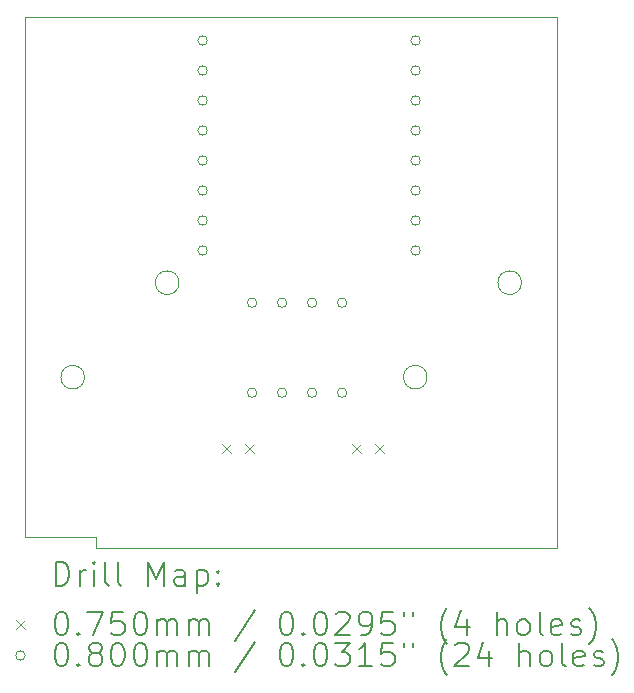
<source format=gbr>
%TF.GenerationSoftware,KiCad,Pcbnew,9.0.2*%
%TF.CreationDate,2025-05-25T16:27:38-07:00*%
%TF.ProjectId,PCB,5043422e-6b69-4636-9164-5f7063625858,rev?*%
%TF.SameCoordinates,Original*%
%TF.FileFunction,Drillmap*%
%TF.FilePolarity,Positive*%
%FSLAX45Y45*%
G04 Gerber Fmt 4.5, Leading zero omitted, Abs format (unit mm)*
G04 Created by KiCad (PCBNEW 9.0.2) date 2025-05-25 16:27:38*
%MOMM*%
%LPD*%
G01*
G04 APERTURE LIST*
%ADD10C,0.050000*%
%ADD11C,0.100000*%
%ADD12C,0.200000*%
G04 APERTURE END LIST*
D10*
X4700000Y-9100000D02*
X4700000Y-4700000D01*
X4700000Y-9100000D02*
X5300000Y-9100000D01*
X9200000Y-9200000D02*
X5300000Y-9200000D01*
X9200000Y-4700000D02*
X9200000Y-9200000D01*
X5300000Y-9200000D02*
X5300000Y-9100000D01*
X4700000Y-4700000D02*
X9200000Y-4700000D01*
D11*
X5200000Y-7750000D02*
G75*
G02*
X5000000Y-7750000I-100000J0D01*
G01*
X5000000Y-7750000D02*
G75*
G02*
X5200000Y-7750000I100000J0D01*
G01*
X6000000Y-6950000D02*
G75*
G02*
X5800000Y-6950000I-100000J0D01*
G01*
X5800000Y-6950000D02*
G75*
G02*
X6000000Y-6950000I100000J0D01*
G01*
X8100000Y-7750000D02*
G75*
G02*
X7900000Y-7750000I-100000J0D01*
G01*
X7900000Y-7750000D02*
G75*
G02*
X8100000Y-7750000I100000J0D01*
G01*
X8900000Y-6950000D02*
G75*
G02*
X8700000Y-6950000I-100000J0D01*
G01*
X8700000Y-6950000D02*
G75*
G02*
X8900000Y-6950000I100000J0D01*
G01*
D12*
D11*
X6362500Y-8317500D02*
X6437500Y-8392500D01*
X6437500Y-8317500D02*
X6362500Y-8392500D01*
X6562500Y-8317500D02*
X6637500Y-8392500D01*
X6637500Y-8317500D02*
X6562500Y-8392500D01*
X7462500Y-8317500D02*
X7537500Y-8392500D01*
X7537500Y-8317500D02*
X7462500Y-8392500D01*
X7662500Y-8317500D02*
X7737500Y-8392500D01*
X7737500Y-8317500D02*
X7662500Y-8392500D01*
X6240000Y-4900000D02*
G75*
G02*
X6160000Y-4900000I-40000J0D01*
G01*
X6160000Y-4900000D02*
G75*
G02*
X6240000Y-4900000I40000J0D01*
G01*
X6240000Y-5154000D02*
G75*
G02*
X6160000Y-5154000I-40000J0D01*
G01*
X6160000Y-5154000D02*
G75*
G02*
X6240000Y-5154000I40000J0D01*
G01*
X6240000Y-5408000D02*
G75*
G02*
X6160000Y-5408000I-40000J0D01*
G01*
X6160000Y-5408000D02*
G75*
G02*
X6240000Y-5408000I40000J0D01*
G01*
X6240000Y-5662000D02*
G75*
G02*
X6160000Y-5662000I-40000J0D01*
G01*
X6160000Y-5662000D02*
G75*
G02*
X6240000Y-5662000I40000J0D01*
G01*
X6240000Y-5916000D02*
G75*
G02*
X6160000Y-5916000I-40000J0D01*
G01*
X6160000Y-5916000D02*
G75*
G02*
X6240000Y-5916000I40000J0D01*
G01*
X6240000Y-6170000D02*
G75*
G02*
X6160000Y-6170000I-40000J0D01*
G01*
X6160000Y-6170000D02*
G75*
G02*
X6240000Y-6170000I40000J0D01*
G01*
X6240000Y-6424000D02*
G75*
G02*
X6160000Y-6424000I-40000J0D01*
G01*
X6160000Y-6424000D02*
G75*
G02*
X6240000Y-6424000I40000J0D01*
G01*
X6240000Y-6678000D02*
G75*
G02*
X6160000Y-6678000I-40000J0D01*
G01*
X6160000Y-6678000D02*
G75*
G02*
X6240000Y-6678000I40000J0D01*
G01*
X6659000Y-7119500D02*
G75*
G02*
X6579000Y-7119500I-40000J0D01*
G01*
X6579000Y-7119500D02*
G75*
G02*
X6659000Y-7119500I40000J0D01*
G01*
X6659000Y-7881500D02*
G75*
G02*
X6579000Y-7881500I-40000J0D01*
G01*
X6579000Y-7881500D02*
G75*
G02*
X6659000Y-7881500I40000J0D01*
G01*
X6913000Y-7119500D02*
G75*
G02*
X6833000Y-7119500I-40000J0D01*
G01*
X6833000Y-7119500D02*
G75*
G02*
X6913000Y-7119500I40000J0D01*
G01*
X6913000Y-7881500D02*
G75*
G02*
X6833000Y-7881500I-40000J0D01*
G01*
X6833000Y-7881500D02*
G75*
G02*
X6913000Y-7881500I40000J0D01*
G01*
X7167000Y-7119500D02*
G75*
G02*
X7087000Y-7119500I-40000J0D01*
G01*
X7087000Y-7119500D02*
G75*
G02*
X7167000Y-7119500I40000J0D01*
G01*
X7167000Y-7881500D02*
G75*
G02*
X7087000Y-7881500I-40000J0D01*
G01*
X7087000Y-7881500D02*
G75*
G02*
X7167000Y-7881500I40000J0D01*
G01*
X7421000Y-7119500D02*
G75*
G02*
X7341000Y-7119500I-40000J0D01*
G01*
X7341000Y-7119500D02*
G75*
G02*
X7421000Y-7119500I40000J0D01*
G01*
X7421000Y-7881500D02*
G75*
G02*
X7341000Y-7881500I-40000J0D01*
G01*
X7341000Y-7881500D02*
G75*
G02*
X7421000Y-7881500I40000J0D01*
G01*
X8043400Y-4900000D02*
G75*
G02*
X7963400Y-4900000I-40000J0D01*
G01*
X7963400Y-4900000D02*
G75*
G02*
X8043400Y-4900000I40000J0D01*
G01*
X8043400Y-5154000D02*
G75*
G02*
X7963400Y-5154000I-40000J0D01*
G01*
X7963400Y-5154000D02*
G75*
G02*
X8043400Y-5154000I40000J0D01*
G01*
X8043400Y-5408000D02*
G75*
G02*
X7963400Y-5408000I-40000J0D01*
G01*
X7963400Y-5408000D02*
G75*
G02*
X8043400Y-5408000I40000J0D01*
G01*
X8043400Y-5662000D02*
G75*
G02*
X7963400Y-5662000I-40000J0D01*
G01*
X7963400Y-5662000D02*
G75*
G02*
X8043400Y-5662000I40000J0D01*
G01*
X8043400Y-5916000D02*
G75*
G02*
X7963400Y-5916000I-40000J0D01*
G01*
X7963400Y-5916000D02*
G75*
G02*
X8043400Y-5916000I40000J0D01*
G01*
X8043400Y-6170000D02*
G75*
G02*
X7963400Y-6170000I-40000J0D01*
G01*
X7963400Y-6170000D02*
G75*
G02*
X8043400Y-6170000I40000J0D01*
G01*
X8043400Y-6424000D02*
G75*
G02*
X7963400Y-6424000I-40000J0D01*
G01*
X7963400Y-6424000D02*
G75*
G02*
X8043400Y-6424000I40000J0D01*
G01*
X8043400Y-6678000D02*
G75*
G02*
X7963400Y-6678000I-40000J0D01*
G01*
X7963400Y-6678000D02*
G75*
G02*
X8043400Y-6678000I40000J0D01*
G01*
D12*
X4958277Y-9513984D02*
X4958277Y-9313984D01*
X4958277Y-9313984D02*
X5005896Y-9313984D01*
X5005896Y-9313984D02*
X5034467Y-9323508D01*
X5034467Y-9323508D02*
X5053515Y-9342555D01*
X5053515Y-9342555D02*
X5063039Y-9361603D01*
X5063039Y-9361603D02*
X5072563Y-9399698D01*
X5072563Y-9399698D02*
X5072563Y-9428270D01*
X5072563Y-9428270D02*
X5063039Y-9466365D01*
X5063039Y-9466365D02*
X5053515Y-9485412D01*
X5053515Y-9485412D02*
X5034467Y-9504460D01*
X5034467Y-9504460D02*
X5005896Y-9513984D01*
X5005896Y-9513984D02*
X4958277Y-9513984D01*
X5158277Y-9513984D02*
X5158277Y-9380650D01*
X5158277Y-9418746D02*
X5167801Y-9399698D01*
X5167801Y-9399698D02*
X5177324Y-9390174D01*
X5177324Y-9390174D02*
X5196372Y-9380650D01*
X5196372Y-9380650D02*
X5215420Y-9380650D01*
X5282086Y-9513984D02*
X5282086Y-9380650D01*
X5282086Y-9313984D02*
X5272563Y-9323508D01*
X5272563Y-9323508D02*
X5282086Y-9333031D01*
X5282086Y-9333031D02*
X5291610Y-9323508D01*
X5291610Y-9323508D02*
X5282086Y-9313984D01*
X5282086Y-9313984D02*
X5282086Y-9333031D01*
X5405896Y-9513984D02*
X5386848Y-9504460D01*
X5386848Y-9504460D02*
X5377324Y-9485412D01*
X5377324Y-9485412D02*
X5377324Y-9313984D01*
X5510658Y-9513984D02*
X5491610Y-9504460D01*
X5491610Y-9504460D02*
X5482086Y-9485412D01*
X5482086Y-9485412D02*
X5482086Y-9313984D01*
X5739229Y-9513984D02*
X5739229Y-9313984D01*
X5739229Y-9313984D02*
X5805896Y-9456841D01*
X5805896Y-9456841D02*
X5872562Y-9313984D01*
X5872562Y-9313984D02*
X5872562Y-9513984D01*
X6053515Y-9513984D02*
X6053515Y-9409222D01*
X6053515Y-9409222D02*
X6043991Y-9390174D01*
X6043991Y-9390174D02*
X6024943Y-9380650D01*
X6024943Y-9380650D02*
X5986848Y-9380650D01*
X5986848Y-9380650D02*
X5967801Y-9390174D01*
X6053515Y-9504460D02*
X6034467Y-9513984D01*
X6034467Y-9513984D02*
X5986848Y-9513984D01*
X5986848Y-9513984D02*
X5967801Y-9504460D01*
X5967801Y-9504460D02*
X5958277Y-9485412D01*
X5958277Y-9485412D02*
X5958277Y-9466365D01*
X5958277Y-9466365D02*
X5967801Y-9447317D01*
X5967801Y-9447317D02*
X5986848Y-9437793D01*
X5986848Y-9437793D02*
X6034467Y-9437793D01*
X6034467Y-9437793D02*
X6053515Y-9428270D01*
X6148753Y-9380650D02*
X6148753Y-9580650D01*
X6148753Y-9390174D02*
X6167801Y-9380650D01*
X6167801Y-9380650D02*
X6205896Y-9380650D01*
X6205896Y-9380650D02*
X6224943Y-9390174D01*
X6224943Y-9390174D02*
X6234467Y-9399698D01*
X6234467Y-9399698D02*
X6243991Y-9418746D01*
X6243991Y-9418746D02*
X6243991Y-9475889D01*
X6243991Y-9475889D02*
X6234467Y-9494936D01*
X6234467Y-9494936D02*
X6224943Y-9504460D01*
X6224943Y-9504460D02*
X6205896Y-9513984D01*
X6205896Y-9513984D02*
X6167801Y-9513984D01*
X6167801Y-9513984D02*
X6148753Y-9504460D01*
X6329705Y-9494936D02*
X6339229Y-9504460D01*
X6339229Y-9504460D02*
X6329705Y-9513984D01*
X6329705Y-9513984D02*
X6320182Y-9504460D01*
X6320182Y-9504460D02*
X6329705Y-9494936D01*
X6329705Y-9494936D02*
X6329705Y-9513984D01*
X6329705Y-9390174D02*
X6339229Y-9399698D01*
X6339229Y-9399698D02*
X6329705Y-9409222D01*
X6329705Y-9409222D02*
X6320182Y-9399698D01*
X6320182Y-9399698D02*
X6329705Y-9390174D01*
X6329705Y-9390174D02*
X6329705Y-9409222D01*
D11*
X4622500Y-9805000D02*
X4697500Y-9880000D01*
X4697500Y-9805000D02*
X4622500Y-9880000D01*
D12*
X4996372Y-9733984D02*
X5015420Y-9733984D01*
X5015420Y-9733984D02*
X5034467Y-9743508D01*
X5034467Y-9743508D02*
X5043991Y-9753031D01*
X5043991Y-9753031D02*
X5053515Y-9772079D01*
X5053515Y-9772079D02*
X5063039Y-9810174D01*
X5063039Y-9810174D02*
X5063039Y-9857793D01*
X5063039Y-9857793D02*
X5053515Y-9895889D01*
X5053515Y-9895889D02*
X5043991Y-9914936D01*
X5043991Y-9914936D02*
X5034467Y-9924460D01*
X5034467Y-9924460D02*
X5015420Y-9933984D01*
X5015420Y-9933984D02*
X4996372Y-9933984D01*
X4996372Y-9933984D02*
X4977324Y-9924460D01*
X4977324Y-9924460D02*
X4967801Y-9914936D01*
X4967801Y-9914936D02*
X4958277Y-9895889D01*
X4958277Y-9895889D02*
X4948753Y-9857793D01*
X4948753Y-9857793D02*
X4948753Y-9810174D01*
X4948753Y-9810174D02*
X4958277Y-9772079D01*
X4958277Y-9772079D02*
X4967801Y-9753031D01*
X4967801Y-9753031D02*
X4977324Y-9743508D01*
X4977324Y-9743508D02*
X4996372Y-9733984D01*
X5148753Y-9914936D02*
X5158277Y-9924460D01*
X5158277Y-9924460D02*
X5148753Y-9933984D01*
X5148753Y-9933984D02*
X5139229Y-9924460D01*
X5139229Y-9924460D02*
X5148753Y-9914936D01*
X5148753Y-9914936D02*
X5148753Y-9933984D01*
X5224944Y-9733984D02*
X5358277Y-9733984D01*
X5358277Y-9733984D02*
X5272563Y-9933984D01*
X5529705Y-9733984D02*
X5434467Y-9733984D01*
X5434467Y-9733984D02*
X5424944Y-9829222D01*
X5424944Y-9829222D02*
X5434467Y-9819698D01*
X5434467Y-9819698D02*
X5453515Y-9810174D01*
X5453515Y-9810174D02*
X5501134Y-9810174D01*
X5501134Y-9810174D02*
X5520182Y-9819698D01*
X5520182Y-9819698D02*
X5529705Y-9829222D01*
X5529705Y-9829222D02*
X5539229Y-9848270D01*
X5539229Y-9848270D02*
X5539229Y-9895889D01*
X5539229Y-9895889D02*
X5529705Y-9914936D01*
X5529705Y-9914936D02*
X5520182Y-9924460D01*
X5520182Y-9924460D02*
X5501134Y-9933984D01*
X5501134Y-9933984D02*
X5453515Y-9933984D01*
X5453515Y-9933984D02*
X5434467Y-9924460D01*
X5434467Y-9924460D02*
X5424944Y-9914936D01*
X5663039Y-9733984D02*
X5682086Y-9733984D01*
X5682086Y-9733984D02*
X5701134Y-9743508D01*
X5701134Y-9743508D02*
X5710658Y-9753031D01*
X5710658Y-9753031D02*
X5720182Y-9772079D01*
X5720182Y-9772079D02*
X5729705Y-9810174D01*
X5729705Y-9810174D02*
X5729705Y-9857793D01*
X5729705Y-9857793D02*
X5720182Y-9895889D01*
X5720182Y-9895889D02*
X5710658Y-9914936D01*
X5710658Y-9914936D02*
X5701134Y-9924460D01*
X5701134Y-9924460D02*
X5682086Y-9933984D01*
X5682086Y-9933984D02*
X5663039Y-9933984D01*
X5663039Y-9933984D02*
X5643991Y-9924460D01*
X5643991Y-9924460D02*
X5634467Y-9914936D01*
X5634467Y-9914936D02*
X5624943Y-9895889D01*
X5624943Y-9895889D02*
X5615420Y-9857793D01*
X5615420Y-9857793D02*
X5615420Y-9810174D01*
X5615420Y-9810174D02*
X5624943Y-9772079D01*
X5624943Y-9772079D02*
X5634467Y-9753031D01*
X5634467Y-9753031D02*
X5643991Y-9743508D01*
X5643991Y-9743508D02*
X5663039Y-9733984D01*
X5815420Y-9933984D02*
X5815420Y-9800650D01*
X5815420Y-9819698D02*
X5824943Y-9810174D01*
X5824943Y-9810174D02*
X5843991Y-9800650D01*
X5843991Y-9800650D02*
X5872563Y-9800650D01*
X5872563Y-9800650D02*
X5891610Y-9810174D01*
X5891610Y-9810174D02*
X5901134Y-9829222D01*
X5901134Y-9829222D02*
X5901134Y-9933984D01*
X5901134Y-9829222D02*
X5910658Y-9810174D01*
X5910658Y-9810174D02*
X5929705Y-9800650D01*
X5929705Y-9800650D02*
X5958277Y-9800650D01*
X5958277Y-9800650D02*
X5977324Y-9810174D01*
X5977324Y-9810174D02*
X5986848Y-9829222D01*
X5986848Y-9829222D02*
X5986848Y-9933984D01*
X6082086Y-9933984D02*
X6082086Y-9800650D01*
X6082086Y-9819698D02*
X6091610Y-9810174D01*
X6091610Y-9810174D02*
X6110658Y-9800650D01*
X6110658Y-9800650D02*
X6139229Y-9800650D01*
X6139229Y-9800650D02*
X6158277Y-9810174D01*
X6158277Y-9810174D02*
X6167801Y-9829222D01*
X6167801Y-9829222D02*
X6167801Y-9933984D01*
X6167801Y-9829222D02*
X6177324Y-9810174D01*
X6177324Y-9810174D02*
X6196372Y-9800650D01*
X6196372Y-9800650D02*
X6224943Y-9800650D01*
X6224943Y-9800650D02*
X6243991Y-9810174D01*
X6243991Y-9810174D02*
X6253515Y-9829222D01*
X6253515Y-9829222D02*
X6253515Y-9933984D01*
X6643991Y-9724460D02*
X6472563Y-9981603D01*
X6901134Y-9733984D02*
X6920182Y-9733984D01*
X6920182Y-9733984D02*
X6939229Y-9743508D01*
X6939229Y-9743508D02*
X6948753Y-9753031D01*
X6948753Y-9753031D02*
X6958277Y-9772079D01*
X6958277Y-9772079D02*
X6967801Y-9810174D01*
X6967801Y-9810174D02*
X6967801Y-9857793D01*
X6967801Y-9857793D02*
X6958277Y-9895889D01*
X6958277Y-9895889D02*
X6948753Y-9914936D01*
X6948753Y-9914936D02*
X6939229Y-9924460D01*
X6939229Y-9924460D02*
X6920182Y-9933984D01*
X6920182Y-9933984D02*
X6901134Y-9933984D01*
X6901134Y-9933984D02*
X6882086Y-9924460D01*
X6882086Y-9924460D02*
X6872563Y-9914936D01*
X6872563Y-9914936D02*
X6863039Y-9895889D01*
X6863039Y-9895889D02*
X6853515Y-9857793D01*
X6853515Y-9857793D02*
X6853515Y-9810174D01*
X6853515Y-9810174D02*
X6863039Y-9772079D01*
X6863039Y-9772079D02*
X6872563Y-9753031D01*
X6872563Y-9753031D02*
X6882086Y-9743508D01*
X6882086Y-9743508D02*
X6901134Y-9733984D01*
X7053515Y-9914936D02*
X7063039Y-9924460D01*
X7063039Y-9924460D02*
X7053515Y-9933984D01*
X7053515Y-9933984D02*
X7043991Y-9924460D01*
X7043991Y-9924460D02*
X7053515Y-9914936D01*
X7053515Y-9914936D02*
X7053515Y-9933984D01*
X7186848Y-9733984D02*
X7205896Y-9733984D01*
X7205896Y-9733984D02*
X7224944Y-9743508D01*
X7224944Y-9743508D02*
X7234467Y-9753031D01*
X7234467Y-9753031D02*
X7243991Y-9772079D01*
X7243991Y-9772079D02*
X7253515Y-9810174D01*
X7253515Y-9810174D02*
X7253515Y-9857793D01*
X7253515Y-9857793D02*
X7243991Y-9895889D01*
X7243991Y-9895889D02*
X7234467Y-9914936D01*
X7234467Y-9914936D02*
X7224944Y-9924460D01*
X7224944Y-9924460D02*
X7205896Y-9933984D01*
X7205896Y-9933984D02*
X7186848Y-9933984D01*
X7186848Y-9933984D02*
X7167801Y-9924460D01*
X7167801Y-9924460D02*
X7158277Y-9914936D01*
X7158277Y-9914936D02*
X7148753Y-9895889D01*
X7148753Y-9895889D02*
X7139229Y-9857793D01*
X7139229Y-9857793D02*
X7139229Y-9810174D01*
X7139229Y-9810174D02*
X7148753Y-9772079D01*
X7148753Y-9772079D02*
X7158277Y-9753031D01*
X7158277Y-9753031D02*
X7167801Y-9743508D01*
X7167801Y-9743508D02*
X7186848Y-9733984D01*
X7329706Y-9753031D02*
X7339229Y-9743508D01*
X7339229Y-9743508D02*
X7358277Y-9733984D01*
X7358277Y-9733984D02*
X7405896Y-9733984D01*
X7405896Y-9733984D02*
X7424944Y-9743508D01*
X7424944Y-9743508D02*
X7434467Y-9753031D01*
X7434467Y-9753031D02*
X7443991Y-9772079D01*
X7443991Y-9772079D02*
X7443991Y-9791127D01*
X7443991Y-9791127D02*
X7434467Y-9819698D01*
X7434467Y-9819698D02*
X7320182Y-9933984D01*
X7320182Y-9933984D02*
X7443991Y-9933984D01*
X7539229Y-9933984D02*
X7577325Y-9933984D01*
X7577325Y-9933984D02*
X7596372Y-9924460D01*
X7596372Y-9924460D02*
X7605896Y-9914936D01*
X7605896Y-9914936D02*
X7624944Y-9886365D01*
X7624944Y-9886365D02*
X7634467Y-9848270D01*
X7634467Y-9848270D02*
X7634467Y-9772079D01*
X7634467Y-9772079D02*
X7624944Y-9753031D01*
X7624944Y-9753031D02*
X7615420Y-9743508D01*
X7615420Y-9743508D02*
X7596372Y-9733984D01*
X7596372Y-9733984D02*
X7558277Y-9733984D01*
X7558277Y-9733984D02*
X7539229Y-9743508D01*
X7539229Y-9743508D02*
X7529706Y-9753031D01*
X7529706Y-9753031D02*
X7520182Y-9772079D01*
X7520182Y-9772079D02*
X7520182Y-9819698D01*
X7520182Y-9819698D02*
X7529706Y-9838746D01*
X7529706Y-9838746D02*
X7539229Y-9848270D01*
X7539229Y-9848270D02*
X7558277Y-9857793D01*
X7558277Y-9857793D02*
X7596372Y-9857793D01*
X7596372Y-9857793D02*
X7615420Y-9848270D01*
X7615420Y-9848270D02*
X7624944Y-9838746D01*
X7624944Y-9838746D02*
X7634467Y-9819698D01*
X7815420Y-9733984D02*
X7720182Y-9733984D01*
X7720182Y-9733984D02*
X7710658Y-9829222D01*
X7710658Y-9829222D02*
X7720182Y-9819698D01*
X7720182Y-9819698D02*
X7739229Y-9810174D01*
X7739229Y-9810174D02*
X7786848Y-9810174D01*
X7786848Y-9810174D02*
X7805896Y-9819698D01*
X7805896Y-9819698D02*
X7815420Y-9829222D01*
X7815420Y-9829222D02*
X7824944Y-9848270D01*
X7824944Y-9848270D02*
X7824944Y-9895889D01*
X7824944Y-9895889D02*
X7815420Y-9914936D01*
X7815420Y-9914936D02*
X7805896Y-9924460D01*
X7805896Y-9924460D02*
X7786848Y-9933984D01*
X7786848Y-9933984D02*
X7739229Y-9933984D01*
X7739229Y-9933984D02*
X7720182Y-9924460D01*
X7720182Y-9924460D02*
X7710658Y-9914936D01*
X7901134Y-9733984D02*
X7901134Y-9772079D01*
X7977325Y-9733984D02*
X7977325Y-9772079D01*
X8272563Y-10010174D02*
X8263039Y-10000650D01*
X8263039Y-10000650D02*
X8243991Y-9972079D01*
X8243991Y-9972079D02*
X8234468Y-9953031D01*
X8234468Y-9953031D02*
X8224944Y-9924460D01*
X8224944Y-9924460D02*
X8215420Y-9876841D01*
X8215420Y-9876841D02*
X8215420Y-9838746D01*
X8215420Y-9838746D02*
X8224944Y-9791127D01*
X8224944Y-9791127D02*
X8234468Y-9762555D01*
X8234468Y-9762555D02*
X8243991Y-9743508D01*
X8243991Y-9743508D02*
X8263039Y-9714936D01*
X8263039Y-9714936D02*
X8272563Y-9705412D01*
X8434468Y-9800650D02*
X8434468Y-9933984D01*
X8386848Y-9724460D02*
X8339229Y-9867317D01*
X8339229Y-9867317D02*
X8463039Y-9867317D01*
X8691611Y-9933984D02*
X8691611Y-9733984D01*
X8777325Y-9933984D02*
X8777325Y-9829222D01*
X8777325Y-9829222D02*
X8767801Y-9810174D01*
X8767801Y-9810174D02*
X8748753Y-9800650D01*
X8748753Y-9800650D02*
X8720182Y-9800650D01*
X8720182Y-9800650D02*
X8701134Y-9810174D01*
X8701134Y-9810174D02*
X8691611Y-9819698D01*
X8901134Y-9933984D02*
X8882087Y-9924460D01*
X8882087Y-9924460D02*
X8872563Y-9914936D01*
X8872563Y-9914936D02*
X8863039Y-9895889D01*
X8863039Y-9895889D02*
X8863039Y-9838746D01*
X8863039Y-9838746D02*
X8872563Y-9819698D01*
X8872563Y-9819698D02*
X8882087Y-9810174D01*
X8882087Y-9810174D02*
X8901134Y-9800650D01*
X8901134Y-9800650D02*
X8929706Y-9800650D01*
X8929706Y-9800650D02*
X8948753Y-9810174D01*
X8948753Y-9810174D02*
X8958277Y-9819698D01*
X8958277Y-9819698D02*
X8967801Y-9838746D01*
X8967801Y-9838746D02*
X8967801Y-9895889D01*
X8967801Y-9895889D02*
X8958277Y-9914936D01*
X8958277Y-9914936D02*
X8948753Y-9924460D01*
X8948753Y-9924460D02*
X8929706Y-9933984D01*
X8929706Y-9933984D02*
X8901134Y-9933984D01*
X9082087Y-9933984D02*
X9063039Y-9924460D01*
X9063039Y-9924460D02*
X9053515Y-9905412D01*
X9053515Y-9905412D02*
X9053515Y-9733984D01*
X9234468Y-9924460D02*
X9215420Y-9933984D01*
X9215420Y-9933984D02*
X9177325Y-9933984D01*
X9177325Y-9933984D02*
X9158277Y-9924460D01*
X9158277Y-9924460D02*
X9148753Y-9905412D01*
X9148753Y-9905412D02*
X9148753Y-9829222D01*
X9148753Y-9829222D02*
X9158277Y-9810174D01*
X9158277Y-9810174D02*
X9177325Y-9800650D01*
X9177325Y-9800650D02*
X9215420Y-9800650D01*
X9215420Y-9800650D02*
X9234468Y-9810174D01*
X9234468Y-9810174D02*
X9243992Y-9829222D01*
X9243992Y-9829222D02*
X9243992Y-9848270D01*
X9243992Y-9848270D02*
X9148753Y-9867317D01*
X9320182Y-9924460D02*
X9339230Y-9933984D01*
X9339230Y-9933984D02*
X9377325Y-9933984D01*
X9377325Y-9933984D02*
X9396373Y-9924460D01*
X9396373Y-9924460D02*
X9405896Y-9905412D01*
X9405896Y-9905412D02*
X9405896Y-9895889D01*
X9405896Y-9895889D02*
X9396373Y-9876841D01*
X9396373Y-9876841D02*
X9377325Y-9867317D01*
X9377325Y-9867317D02*
X9348753Y-9867317D01*
X9348753Y-9867317D02*
X9329706Y-9857793D01*
X9329706Y-9857793D02*
X9320182Y-9838746D01*
X9320182Y-9838746D02*
X9320182Y-9829222D01*
X9320182Y-9829222D02*
X9329706Y-9810174D01*
X9329706Y-9810174D02*
X9348753Y-9800650D01*
X9348753Y-9800650D02*
X9377325Y-9800650D01*
X9377325Y-9800650D02*
X9396373Y-9810174D01*
X9472563Y-10010174D02*
X9482087Y-10000650D01*
X9482087Y-10000650D02*
X9501134Y-9972079D01*
X9501134Y-9972079D02*
X9510658Y-9953031D01*
X9510658Y-9953031D02*
X9520182Y-9924460D01*
X9520182Y-9924460D02*
X9529706Y-9876841D01*
X9529706Y-9876841D02*
X9529706Y-9838746D01*
X9529706Y-9838746D02*
X9520182Y-9791127D01*
X9520182Y-9791127D02*
X9510658Y-9762555D01*
X9510658Y-9762555D02*
X9501134Y-9743508D01*
X9501134Y-9743508D02*
X9482087Y-9714936D01*
X9482087Y-9714936D02*
X9472563Y-9705412D01*
D11*
X4697500Y-10106500D02*
G75*
G02*
X4617500Y-10106500I-40000J0D01*
G01*
X4617500Y-10106500D02*
G75*
G02*
X4697500Y-10106500I40000J0D01*
G01*
D12*
X4996372Y-9997984D02*
X5015420Y-9997984D01*
X5015420Y-9997984D02*
X5034467Y-10007508D01*
X5034467Y-10007508D02*
X5043991Y-10017031D01*
X5043991Y-10017031D02*
X5053515Y-10036079D01*
X5053515Y-10036079D02*
X5063039Y-10074174D01*
X5063039Y-10074174D02*
X5063039Y-10121793D01*
X5063039Y-10121793D02*
X5053515Y-10159889D01*
X5053515Y-10159889D02*
X5043991Y-10178936D01*
X5043991Y-10178936D02*
X5034467Y-10188460D01*
X5034467Y-10188460D02*
X5015420Y-10197984D01*
X5015420Y-10197984D02*
X4996372Y-10197984D01*
X4996372Y-10197984D02*
X4977324Y-10188460D01*
X4977324Y-10188460D02*
X4967801Y-10178936D01*
X4967801Y-10178936D02*
X4958277Y-10159889D01*
X4958277Y-10159889D02*
X4948753Y-10121793D01*
X4948753Y-10121793D02*
X4948753Y-10074174D01*
X4948753Y-10074174D02*
X4958277Y-10036079D01*
X4958277Y-10036079D02*
X4967801Y-10017031D01*
X4967801Y-10017031D02*
X4977324Y-10007508D01*
X4977324Y-10007508D02*
X4996372Y-9997984D01*
X5148753Y-10178936D02*
X5158277Y-10188460D01*
X5158277Y-10188460D02*
X5148753Y-10197984D01*
X5148753Y-10197984D02*
X5139229Y-10188460D01*
X5139229Y-10188460D02*
X5148753Y-10178936D01*
X5148753Y-10178936D02*
X5148753Y-10197984D01*
X5272563Y-10083698D02*
X5253515Y-10074174D01*
X5253515Y-10074174D02*
X5243991Y-10064650D01*
X5243991Y-10064650D02*
X5234467Y-10045603D01*
X5234467Y-10045603D02*
X5234467Y-10036079D01*
X5234467Y-10036079D02*
X5243991Y-10017031D01*
X5243991Y-10017031D02*
X5253515Y-10007508D01*
X5253515Y-10007508D02*
X5272563Y-9997984D01*
X5272563Y-9997984D02*
X5310658Y-9997984D01*
X5310658Y-9997984D02*
X5329705Y-10007508D01*
X5329705Y-10007508D02*
X5339229Y-10017031D01*
X5339229Y-10017031D02*
X5348753Y-10036079D01*
X5348753Y-10036079D02*
X5348753Y-10045603D01*
X5348753Y-10045603D02*
X5339229Y-10064650D01*
X5339229Y-10064650D02*
X5329705Y-10074174D01*
X5329705Y-10074174D02*
X5310658Y-10083698D01*
X5310658Y-10083698D02*
X5272563Y-10083698D01*
X5272563Y-10083698D02*
X5253515Y-10093222D01*
X5253515Y-10093222D02*
X5243991Y-10102746D01*
X5243991Y-10102746D02*
X5234467Y-10121793D01*
X5234467Y-10121793D02*
X5234467Y-10159889D01*
X5234467Y-10159889D02*
X5243991Y-10178936D01*
X5243991Y-10178936D02*
X5253515Y-10188460D01*
X5253515Y-10188460D02*
X5272563Y-10197984D01*
X5272563Y-10197984D02*
X5310658Y-10197984D01*
X5310658Y-10197984D02*
X5329705Y-10188460D01*
X5329705Y-10188460D02*
X5339229Y-10178936D01*
X5339229Y-10178936D02*
X5348753Y-10159889D01*
X5348753Y-10159889D02*
X5348753Y-10121793D01*
X5348753Y-10121793D02*
X5339229Y-10102746D01*
X5339229Y-10102746D02*
X5329705Y-10093222D01*
X5329705Y-10093222D02*
X5310658Y-10083698D01*
X5472563Y-9997984D02*
X5491610Y-9997984D01*
X5491610Y-9997984D02*
X5510658Y-10007508D01*
X5510658Y-10007508D02*
X5520182Y-10017031D01*
X5520182Y-10017031D02*
X5529705Y-10036079D01*
X5529705Y-10036079D02*
X5539229Y-10074174D01*
X5539229Y-10074174D02*
X5539229Y-10121793D01*
X5539229Y-10121793D02*
X5529705Y-10159889D01*
X5529705Y-10159889D02*
X5520182Y-10178936D01*
X5520182Y-10178936D02*
X5510658Y-10188460D01*
X5510658Y-10188460D02*
X5491610Y-10197984D01*
X5491610Y-10197984D02*
X5472563Y-10197984D01*
X5472563Y-10197984D02*
X5453515Y-10188460D01*
X5453515Y-10188460D02*
X5443991Y-10178936D01*
X5443991Y-10178936D02*
X5434467Y-10159889D01*
X5434467Y-10159889D02*
X5424944Y-10121793D01*
X5424944Y-10121793D02*
X5424944Y-10074174D01*
X5424944Y-10074174D02*
X5434467Y-10036079D01*
X5434467Y-10036079D02*
X5443991Y-10017031D01*
X5443991Y-10017031D02*
X5453515Y-10007508D01*
X5453515Y-10007508D02*
X5472563Y-9997984D01*
X5663039Y-9997984D02*
X5682086Y-9997984D01*
X5682086Y-9997984D02*
X5701134Y-10007508D01*
X5701134Y-10007508D02*
X5710658Y-10017031D01*
X5710658Y-10017031D02*
X5720182Y-10036079D01*
X5720182Y-10036079D02*
X5729705Y-10074174D01*
X5729705Y-10074174D02*
X5729705Y-10121793D01*
X5729705Y-10121793D02*
X5720182Y-10159889D01*
X5720182Y-10159889D02*
X5710658Y-10178936D01*
X5710658Y-10178936D02*
X5701134Y-10188460D01*
X5701134Y-10188460D02*
X5682086Y-10197984D01*
X5682086Y-10197984D02*
X5663039Y-10197984D01*
X5663039Y-10197984D02*
X5643991Y-10188460D01*
X5643991Y-10188460D02*
X5634467Y-10178936D01*
X5634467Y-10178936D02*
X5624943Y-10159889D01*
X5624943Y-10159889D02*
X5615420Y-10121793D01*
X5615420Y-10121793D02*
X5615420Y-10074174D01*
X5615420Y-10074174D02*
X5624943Y-10036079D01*
X5624943Y-10036079D02*
X5634467Y-10017031D01*
X5634467Y-10017031D02*
X5643991Y-10007508D01*
X5643991Y-10007508D02*
X5663039Y-9997984D01*
X5815420Y-10197984D02*
X5815420Y-10064650D01*
X5815420Y-10083698D02*
X5824943Y-10074174D01*
X5824943Y-10074174D02*
X5843991Y-10064650D01*
X5843991Y-10064650D02*
X5872563Y-10064650D01*
X5872563Y-10064650D02*
X5891610Y-10074174D01*
X5891610Y-10074174D02*
X5901134Y-10093222D01*
X5901134Y-10093222D02*
X5901134Y-10197984D01*
X5901134Y-10093222D02*
X5910658Y-10074174D01*
X5910658Y-10074174D02*
X5929705Y-10064650D01*
X5929705Y-10064650D02*
X5958277Y-10064650D01*
X5958277Y-10064650D02*
X5977324Y-10074174D01*
X5977324Y-10074174D02*
X5986848Y-10093222D01*
X5986848Y-10093222D02*
X5986848Y-10197984D01*
X6082086Y-10197984D02*
X6082086Y-10064650D01*
X6082086Y-10083698D02*
X6091610Y-10074174D01*
X6091610Y-10074174D02*
X6110658Y-10064650D01*
X6110658Y-10064650D02*
X6139229Y-10064650D01*
X6139229Y-10064650D02*
X6158277Y-10074174D01*
X6158277Y-10074174D02*
X6167801Y-10093222D01*
X6167801Y-10093222D02*
X6167801Y-10197984D01*
X6167801Y-10093222D02*
X6177324Y-10074174D01*
X6177324Y-10074174D02*
X6196372Y-10064650D01*
X6196372Y-10064650D02*
X6224943Y-10064650D01*
X6224943Y-10064650D02*
X6243991Y-10074174D01*
X6243991Y-10074174D02*
X6253515Y-10093222D01*
X6253515Y-10093222D02*
X6253515Y-10197984D01*
X6643991Y-9988460D02*
X6472563Y-10245603D01*
X6901134Y-9997984D02*
X6920182Y-9997984D01*
X6920182Y-9997984D02*
X6939229Y-10007508D01*
X6939229Y-10007508D02*
X6948753Y-10017031D01*
X6948753Y-10017031D02*
X6958277Y-10036079D01*
X6958277Y-10036079D02*
X6967801Y-10074174D01*
X6967801Y-10074174D02*
X6967801Y-10121793D01*
X6967801Y-10121793D02*
X6958277Y-10159889D01*
X6958277Y-10159889D02*
X6948753Y-10178936D01*
X6948753Y-10178936D02*
X6939229Y-10188460D01*
X6939229Y-10188460D02*
X6920182Y-10197984D01*
X6920182Y-10197984D02*
X6901134Y-10197984D01*
X6901134Y-10197984D02*
X6882086Y-10188460D01*
X6882086Y-10188460D02*
X6872563Y-10178936D01*
X6872563Y-10178936D02*
X6863039Y-10159889D01*
X6863039Y-10159889D02*
X6853515Y-10121793D01*
X6853515Y-10121793D02*
X6853515Y-10074174D01*
X6853515Y-10074174D02*
X6863039Y-10036079D01*
X6863039Y-10036079D02*
X6872563Y-10017031D01*
X6872563Y-10017031D02*
X6882086Y-10007508D01*
X6882086Y-10007508D02*
X6901134Y-9997984D01*
X7053515Y-10178936D02*
X7063039Y-10188460D01*
X7063039Y-10188460D02*
X7053515Y-10197984D01*
X7053515Y-10197984D02*
X7043991Y-10188460D01*
X7043991Y-10188460D02*
X7053515Y-10178936D01*
X7053515Y-10178936D02*
X7053515Y-10197984D01*
X7186848Y-9997984D02*
X7205896Y-9997984D01*
X7205896Y-9997984D02*
X7224944Y-10007508D01*
X7224944Y-10007508D02*
X7234467Y-10017031D01*
X7234467Y-10017031D02*
X7243991Y-10036079D01*
X7243991Y-10036079D02*
X7253515Y-10074174D01*
X7253515Y-10074174D02*
X7253515Y-10121793D01*
X7253515Y-10121793D02*
X7243991Y-10159889D01*
X7243991Y-10159889D02*
X7234467Y-10178936D01*
X7234467Y-10178936D02*
X7224944Y-10188460D01*
X7224944Y-10188460D02*
X7205896Y-10197984D01*
X7205896Y-10197984D02*
X7186848Y-10197984D01*
X7186848Y-10197984D02*
X7167801Y-10188460D01*
X7167801Y-10188460D02*
X7158277Y-10178936D01*
X7158277Y-10178936D02*
X7148753Y-10159889D01*
X7148753Y-10159889D02*
X7139229Y-10121793D01*
X7139229Y-10121793D02*
X7139229Y-10074174D01*
X7139229Y-10074174D02*
X7148753Y-10036079D01*
X7148753Y-10036079D02*
X7158277Y-10017031D01*
X7158277Y-10017031D02*
X7167801Y-10007508D01*
X7167801Y-10007508D02*
X7186848Y-9997984D01*
X7320182Y-9997984D02*
X7443991Y-9997984D01*
X7443991Y-9997984D02*
X7377325Y-10074174D01*
X7377325Y-10074174D02*
X7405896Y-10074174D01*
X7405896Y-10074174D02*
X7424944Y-10083698D01*
X7424944Y-10083698D02*
X7434467Y-10093222D01*
X7434467Y-10093222D02*
X7443991Y-10112270D01*
X7443991Y-10112270D02*
X7443991Y-10159889D01*
X7443991Y-10159889D02*
X7434467Y-10178936D01*
X7434467Y-10178936D02*
X7424944Y-10188460D01*
X7424944Y-10188460D02*
X7405896Y-10197984D01*
X7405896Y-10197984D02*
X7348753Y-10197984D01*
X7348753Y-10197984D02*
X7329706Y-10188460D01*
X7329706Y-10188460D02*
X7320182Y-10178936D01*
X7634467Y-10197984D02*
X7520182Y-10197984D01*
X7577325Y-10197984D02*
X7577325Y-9997984D01*
X7577325Y-9997984D02*
X7558277Y-10026555D01*
X7558277Y-10026555D02*
X7539229Y-10045603D01*
X7539229Y-10045603D02*
X7520182Y-10055127D01*
X7815420Y-9997984D02*
X7720182Y-9997984D01*
X7720182Y-9997984D02*
X7710658Y-10093222D01*
X7710658Y-10093222D02*
X7720182Y-10083698D01*
X7720182Y-10083698D02*
X7739229Y-10074174D01*
X7739229Y-10074174D02*
X7786848Y-10074174D01*
X7786848Y-10074174D02*
X7805896Y-10083698D01*
X7805896Y-10083698D02*
X7815420Y-10093222D01*
X7815420Y-10093222D02*
X7824944Y-10112270D01*
X7824944Y-10112270D02*
X7824944Y-10159889D01*
X7824944Y-10159889D02*
X7815420Y-10178936D01*
X7815420Y-10178936D02*
X7805896Y-10188460D01*
X7805896Y-10188460D02*
X7786848Y-10197984D01*
X7786848Y-10197984D02*
X7739229Y-10197984D01*
X7739229Y-10197984D02*
X7720182Y-10188460D01*
X7720182Y-10188460D02*
X7710658Y-10178936D01*
X7901134Y-9997984D02*
X7901134Y-10036079D01*
X7977325Y-9997984D02*
X7977325Y-10036079D01*
X8272563Y-10274174D02*
X8263039Y-10264650D01*
X8263039Y-10264650D02*
X8243991Y-10236079D01*
X8243991Y-10236079D02*
X8234468Y-10217031D01*
X8234468Y-10217031D02*
X8224944Y-10188460D01*
X8224944Y-10188460D02*
X8215420Y-10140841D01*
X8215420Y-10140841D02*
X8215420Y-10102746D01*
X8215420Y-10102746D02*
X8224944Y-10055127D01*
X8224944Y-10055127D02*
X8234468Y-10026555D01*
X8234468Y-10026555D02*
X8243991Y-10007508D01*
X8243991Y-10007508D02*
X8263039Y-9978936D01*
X8263039Y-9978936D02*
X8272563Y-9969412D01*
X8339229Y-10017031D02*
X8348753Y-10007508D01*
X8348753Y-10007508D02*
X8367801Y-9997984D01*
X8367801Y-9997984D02*
X8415420Y-9997984D01*
X8415420Y-9997984D02*
X8434468Y-10007508D01*
X8434468Y-10007508D02*
X8443991Y-10017031D01*
X8443991Y-10017031D02*
X8453515Y-10036079D01*
X8453515Y-10036079D02*
X8453515Y-10055127D01*
X8453515Y-10055127D02*
X8443991Y-10083698D01*
X8443991Y-10083698D02*
X8329706Y-10197984D01*
X8329706Y-10197984D02*
X8453515Y-10197984D01*
X8624944Y-10064650D02*
X8624944Y-10197984D01*
X8577325Y-9988460D02*
X8529706Y-10131317D01*
X8529706Y-10131317D02*
X8653515Y-10131317D01*
X8882087Y-10197984D02*
X8882087Y-9997984D01*
X8967801Y-10197984D02*
X8967801Y-10093222D01*
X8967801Y-10093222D02*
X8958277Y-10074174D01*
X8958277Y-10074174D02*
X8939230Y-10064650D01*
X8939230Y-10064650D02*
X8910658Y-10064650D01*
X8910658Y-10064650D02*
X8891611Y-10074174D01*
X8891611Y-10074174D02*
X8882087Y-10083698D01*
X9091611Y-10197984D02*
X9072563Y-10188460D01*
X9072563Y-10188460D02*
X9063039Y-10178936D01*
X9063039Y-10178936D02*
X9053515Y-10159889D01*
X9053515Y-10159889D02*
X9053515Y-10102746D01*
X9053515Y-10102746D02*
X9063039Y-10083698D01*
X9063039Y-10083698D02*
X9072563Y-10074174D01*
X9072563Y-10074174D02*
X9091611Y-10064650D01*
X9091611Y-10064650D02*
X9120182Y-10064650D01*
X9120182Y-10064650D02*
X9139230Y-10074174D01*
X9139230Y-10074174D02*
X9148753Y-10083698D01*
X9148753Y-10083698D02*
X9158277Y-10102746D01*
X9158277Y-10102746D02*
X9158277Y-10159889D01*
X9158277Y-10159889D02*
X9148753Y-10178936D01*
X9148753Y-10178936D02*
X9139230Y-10188460D01*
X9139230Y-10188460D02*
X9120182Y-10197984D01*
X9120182Y-10197984D02*
X9091611Y-10197984D01*
X9272563Y-10197984D02*
X9253515Y-10188460D01*
X9253515Y-10188460D02*
X9243992Y-10169412D01*
X9243992Y-10169412D02*
X9243992Y-9997984D01*
X9424944Y-10188460D02*
X9405896Y-10197984D01*
X9405896Y-10197984D02*
X9367801Y-10197984D01*
X9367801Y-10197984D02*
X9348753Y-10188460D01*
X9348753Y-10188460D02*
X9339230Y-10169412D01*
X9339230Y-10169412D02*
X9339230Y-10093222D01*
X9339230Y-10093222D02*
X9348753Y-10074174D01*
X9348753Y-10074174D02*
X9367801Y-10064650D01*
X9367801Y-10064650D02*
X9405896Y-10064650D01*
X9405896Y-10064650D02*
X9424944Y-10074174D01*
X9424944Y-10074174D02*
X9434468Y-10093222D01*
X9434468Y-10093222D02*
X9434468Y-10112270D01*
X9434468Y-10112270D02*
X9339230Y-10131317D01*
X9510658Y-10188460D02*
X9529706Y-10197984D01*
X9529706Y-10197984D02*
X9567801Y-10197984D01*
X9567801Y-10197984D02*
X9586849Y-10188460D01*
X9586849Y-10188460D02*
X9596373Y-10169412D01*
X9596373Y-10169412D02*
X9596373Y-10159889D01*
X9596373Y-10159889D02*
X9586849Y-10140841D01*
X9586849Y-10140841D02*
X9567801Y-10131317D01*
X9567801Y-10131317D02*
X9539230Y-10131317D01*
X9539230Y-10131317D02*
X9520182Y-10121793D01*
X9520182Y-10121793D02*
X9510658Y-10102746D01*
X9510658Y-10102746D02*
X9510658Y-10093222D01*
X9510658Y-10093222D02*
X9520182Y-10074174D01*
X9520182Y-10074174D02*
X9539230Y-10064650D01*
X9539230Y-10064650D02*
X9567801Y-10064650D01*
X9567801Y-10064650D02*
X9586849Y-10074174D01*
X9663039Y-10274174D02*
X9672563Y-10264650D01*
X9672563Y-10264650D02*
X9691611Y-10236079D01*
X9691611Y-10236079D02*
X9701134Y-10217031D01*
X9701134Y-10217031D02*
X9710658Y-10188460D01*
X9710658Y-10188460D02*
X9720182Y-10140841D01*
X9720182Y-10140841D02*
X9720182Y-10102746D01*
X9720182Y-10102746D02*
X9710658Y-10055127D01*
X9710658Y-10055127D02*
X9701134Y-10026555D01*
X9701134Y-10026555D02*
X9691611Y-10007508D01*
X9691611Y-10007508D02*
X9672563Y-9978936D01*
X9672563Y-9978936D02*
X9663039Y-9969412D01*
M02*

</source>
